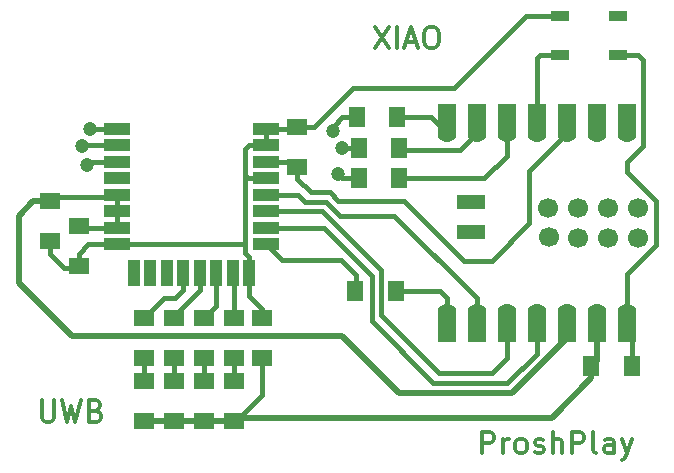
<source format=gbr>
%TF.GenerationSoftware,KiCad,Pcbnew,9.0.0*%
%TF.CreationDate,2025-04-08T23:40:40+05:30*%
%TF.ProjectId,UWB-Xiao-Node,5557422d-5869-4616-9f2d-4e6f64652e6b,rev?*%
%TF.SameCoordinates,Original*%
%TF.FileFunction,Copper,L1,Top*%
%TF.FilePolarity,Positive*%
%FSLAX46Y46*%
G04 Gerber Fmt 4.6, Leading zero omitted, Abs format (unit mm)*
G04 Created by KiCad (PCBNEW 9.0.0) date 2025-04-08 23:40:40*
%MOMM*%
%LPD*%
G01*
G04 APERTURE LIST*
%ADD10C,0.300000*%
%TA.AperFunction,NonConductor*%
%ADD11C,0.300000*%
%TD*%
%TA.AperFunction,SMDPad,CuDef*%
%ADD12R,1.700000X1.400000*%
%TD*%
%TA.AperFunction,SMDPad,CuDef*%
%ADD13R,2.300000X1.000000*%
%TD*%
%TA.AperFunction,SMDPad,CuDef*%
%ADD14R,1.000000X2.300000*%
%TD*%
%TA.AperFunction,SMDPad,CuDef*%
%ADD15R,1.400000X1.700000*%
%TD*%
%TA.AperFunction,SMDPad,CuDef*%
%ADD16R,1.500000X0.900000*%
%TD*%
%TA.AperFunction,ComponentPad*%
%ADD17C,1.600000*%
%TD*%
%TA.AperFunction,SMDPad,CuDef*%
%ADD18R,1.600000X3.000000*%
%TD*%
%TA.AperFunction,SMDPad,CuDef*%
%ADD19R,2.400000X1.200000*%
%TD*%
%TA.AperFunction,SMDPad,CuDef*%
%ADD20C,1.700000*%
%TD*%
%TA.AperFunction,ViaPad*%
%ADD21C,1.200000*%
%TD*%
%TA.AperFunction,Conductor*%
%ADD22C,0.400000*%
%TD*%
%TA.AperFunction,Conductor*%
%ADD23C,0.500000*%
%TD*%
G04 APERTURE END LIST*
D10*
D11*
X101879510Y-56384114D02*
X103079510Y-58184114D01*
X103079510Y-56384114D02*
X101879510Y-58184114D01*
X103765225Y-58184114D02*
X103765225Y-56384114D01*
X104536654Y-57669828D02*
X105393797Y-57669828D01*
X104365225Y-58184114D02*
X104965225Y-56384114D01*
X104965225Y-56384114D02*
X105565225Y-58184114D01*
X106508082Y-56384114D02*
X106850939Y-56384114D01*
X106850939Y-56384114D02*
X107022368Y-56469828D01*
X107022368Y-56469828D02*
X107193796Y-56641257D01*
X107193796Y-56641257D02*
X107279511Y-56984114D01*
X107279511Y-56984114D02*
X107279511Y-57584114D01*
X107279511Y-57584114D02*
X107193796Y-57926971D01*
X107193796Y-57926971D02*
X107022368Y-58098400D01*
X107022368Y-58098400D02*
X106850939Y-58184114D01*
X106850939Y-58184114D02*
X106508082Y-58184114D01*
X106508082Y-58184114D02*
X106336654Y-58098400D01*
X106336654Y-58098400D02*
X106165225Y-57926971D01*
X106165225Y-57926971D02*
X106079511Y-57584114D01*
X106079511Y-57584114D02*
X106079511Y-56984114D01*
X106079511Y-56984114D02*
X106165225Y-56641257D01*
X106165225Y-56641257D02*
X106336654Y-56469828D01*
X106336654Y-56469828D02*
X106508082Y-56384114D01*
D10*
D11*
X73705482Y-88030496D02*
X73705482Y-89487639D01*
X73705482Y-89487639D02*
X73791196Y-89659067D01*
X73791196Y-89659067D02*
X73876911Y-89744782D01*
X73876911Y-89744782D02*
X74048339Y-89830496D01*
X74048339Y-89830496D02*
X74391196Y-89830496D01*
X74391196Y-89830496D02*
X74562625Y-89744782D01*
X74562625Y-89744782D02*
X74648339Y-89659067D01*
X74648339Y-89659067D02*
X74734053Y-89487639D01*
X74734053Y-89487639D02*
X74734053Y-88030496D01*
X75419767Y-88030496D02*
X75848339Y-89830496D01*
X75848339Y-89830496D02*
X76191196Y-88544782D01*
X76191196Y-88544782D02*
X76534053Y-89830496D01*
X76534053Y-89830496D02*
X76962625Y-88030496D01*
X78248339Y-88887639D02*
X78505482Y-88973353D01*
X78505482Y-88973353D02*
X78591196Y-89059067D01*
X78591196Y-89059067D02*
X78676910Y-89230496D01*
X78676910Y-89230496D02*
X78676910Y-89487639D01*
X78676910Y-89487639D02*
X78591196Y-89659067D01*
X78591196Y-89659067D02*
X78505482Y-89744782D01*
X78505482Y-89744782D02*
X78334053Y-89830496D01*
X78334053Y-89830496D02*
X77648339Y-89830496D01*
X77648339Y-89830496D02*
X77648339Y-88030496D01*
X77648339Y-88030496D02*
X78248339Y-88030496D01*
X78248339Y-88030496D02*
X78419768Y-88116210D01*
X78419768Y-88116210D02*
X78505482Y-88201924D01*
X78505482Y-88201924D02*
X78591196Y-88373353D01*
X78591196Y-88373353D02*
X78591196Y-88544782D01*
X78591196Y-88544782D02*
X78505482Y-88716210D01*
X78505482Y-88716210D02*
X78419768Y-88801924D01*
X78419768Y-88801924D02*
X78248339Y-88887639D01*
X78248339Y-88887639D02*
X77648339Y-88887639D01*
D10*
D11*
X110957778Y-92474114D02*
X110957778Y-90674114D01*
X110957778Y-90674114D02*
X111643492Y-90674114D01*
X111643492Y-90674114D02*
X111814921Y-90759828D01*
X111814921Y-90759828D02*
X111900635Y-90845542D01*
X111900635Y-90845542D02*
X111986349Y-91016971D01*
X111986349Y-91016971D02*
X111986349Y-91274114D01*
X111986349Y-91274114D02*
X111900635Y-91445542D01*
X111900635Y-91445542D02*
X111814921Y-91531257D01*
X111814921Y-91531257D02*
X111643492Y-91616971D01*
X111643492Y-91616971D02*
X110957778Y-91616971D01*
X112757778Y-92474114D02*
X112757778Y-91274114D01*
X112757778Y-91616971D02*
X112843492Y-91445542D01*
X112843492Y-91445542D02*
X112929207Y-91359828D01*
X112929207Y-91359828D02*
X113100635Y-91274114D01*
X113100635Y-91274114D02*
X113272064Y-91274114D01*
X114129207Y-92474114D02*
X113957778Y-92388400D01*
X113957778Y-92388400D02*
X113872064Y-92302685D01*
X113872064Y-92302685D02*
X113786350Y-92131257D01*
X113786350Y-92131257D02*
X113786350Y-91616971D01*
X113786350Y-91616971D02*
X113872064Y-91445542D01*
X113872064Y-91445542D02*
X113957778Y-91359828D01*
X113957778Y-91359828D02*
X114129207Y-91274114D01*
X114129207Y-91274114D02*
X114386350Y-91274114D01*
X114386350Y-91274114D02*
X114557778Y-91359828D01*
X114557778Y-91359828D02*
X114643493Y-91445542D01*
X114643493Y-91445542D02*
X114729207Y-91616971D01*
X114729207Y-91616971D02*
X114729207Y-92131257D01*
X114729207Y-92131257D02*
X114643493Y-92302685D01*
X114643493Y-92302685D02*
X114557778Y-92388400D01*
X114557778Y-92388400D02*
X114386350Y-92474114D01*
X114386350Y-92474114D02*
X114129207Y-92474114D01*
X115414921Y-92388400D02*
X115586349Y-92474114D01*
X115586349Y-92474114D02*
X115929206Y-92474114D01*
X115929206Y-92474114D02*
X116100635Y-92388400D01*
X116100635Y-92388400D02*
X116186349Y-92216971D01*
X116186349Y-92216971D02*
X116186349Y-92131257D01*
X116186349Y-92131257D02*
X116100635Y-91959828D01*
X116100635Y-91959828D02*
X115929206Y-91874114D01*
X115929206Y-91874114D02*
X115672064Y-91874114D01*
X115672064Y-91874114D02*
X115500635Y-91788400D01*
X115500635Y-91788400D02*
X115414921Y-91616971D01*
X115414921Y-91616971D02*
X115414921Y-91531257D01*
X115414921Y-91531257D02*
X115500635Y-91359828D01*
X115500635Y-91359828D02*
X115672064Y-91274114D01*
X115672064Y-91274114D02*
X115929206Y-91274114D01*
X115929206Y-91274114D02*
X116100635Y-91359828D01*
X116957778Y-92474114D02*
X116957778Y-90674114D01*
X117729207Y-92474114D02*
X117729207Y-91531257D01*
X117729207Y-91531257D02*
X117643492Y-91359828D01*
X117643492Y-91359828D02*
X117472064Y-91274114D01*
X117472064Y-91274114D02*
X117214921Y-91274114D01*
X117214921Y-91274114D02*
X117043492Y-91359828D01*
X117043492Y-91359828D02*
X116957778Y-91445542D01*
X118586349Y-92474114D02*
X118586349Y-90674114D01*
X118586349Y-90674114D02*
X119272063Y-90674114D01*
X119272063Y-90674114D02*
X119443492Y-90759828D01*
X119443492Y-90759828D02*
X119529206Y-90845542D01*
X119529206Y-90845542D02*
X119614920Y-91016971D01*
X119614920Y-91016971D02*
X119614920Y-91274114D01*
X119614920Y-91274114D02*
X119529206Y-91445542D01*
X119529206Y-91445542D02*
X119443492Y-91531257D01*
X119443492Y-91531257D02*
X119272063Y-91616971D01*
X119272063Y-91616971D02*
X118586349Y-91616971D01*
X120643492Y-92474114D02*
X120472063Y-92388400D01*
X120472063Y-92388400D02*
X120386349Y-92216971D01*
X120386349Y-92216971D02*
X120386349Y-90674114D01*
X122100635Y-92474114D02*
X122100635Y-91531257D01*
X122100635Y-91531257D02*
X122014920Y-91359828D01*
X122014920Y-91359828D02*
X121843492Y-91274114D01*
X121843492Y-91274114D02*
X121500635Y-91274114D01*
X121500635Y-91274114D02*
X121329206Y-91359828D01*
X122100635Y-92388400D02*
X121929206Y-92474114D01*
X121929206Y-92474114D02*
X121500635Y-92474114D01*
X121500635Y-92474114D02*
X121329206Y-92388400D01*
X121329206Y-92388400D02*
X121243492Y-92216971D01*
X121243492Y-92216971D02*
X121243492Y-92045542D01*
X121243492Y-92045542D02*
X121329206Y-91874114D01*
X121329206Y-91874114D02*
X121500635Y-91788400D01*
X121500635Y-91788400D02*
X121929206Y-91788400D01*
X121929206Y-91788400D02*
X122100635Y-91702685D01*
X122786348Y-91274114D02*
X123214920Y-92474114D01*
X123643491Y-91274114D02*
X123214920Y-92474114D01*
X123214920Y-92474114D02*
X123043491Y-92902685D01*
X123043491Y-92902685D02*
X122957777Y-92988400D01*
X122957777Y-92988400D02*
X122786348Y-93074114D01*
D12*
%TO.P,JP2,1,A*%
%TO.N,GND*%
X92353162Y-84419075D03*
%TO.P,JP2,2,B*%
X92353162Y-81019075D03*
%TD*%
%TO.P,R1,2*%
%TO.N,GND*%
X95281180Y-64864533D03*
%TO.P,R1,1*%
%TO.N,IRQ*%
X95281180Y-68264533D03*
%TD*%
D13*
%TO.P,U2,1,EXTON*%
%TO.N,Net-(U2-EXTON)*%
X80060000Y-65019900D03*
%TO.P,U2,2,WAKEUP*%
%TO.N,Net-(U2-WAKEUP)*%
X80060000Y-66420000D03*
%TO.P,U2,3,RSTN*%
%TO.N,Net-(U2-RSTN)*%
X80060000Y-67820000D03*
%TO.P,U2,4,IO7*%
%TO.N,unconnected-(U2-IO7-Pad4)*%
X80060000Y-69220100D03*
%TO.P,U2,5,VCC*%
%TO.N,+3.3V*%
X80060000Y-70619900D03*
%TO.P,U2,6,VCC*%
X80060000Y-72019900D03*
%TO.P,U2,7,VCC*%
X80060000Y-73420000D03*
%TO.P,U2,8,GND*%
%TO.N,GND*%
X80060000Y-74820000D03*
D14*
%TO.P,U2,9,IO6*%
%TO.N,unconnected-(U2-IO6-Pad9)*%
X81460100Y-77219800D03*
%TO.P,U2,10,IO5*%
%TO.N,unconnected-(U2-IO5-Pad10)*%
X82860400Y-77219800D03*
%TO.P,U2,11,IO4*%
%TO.N,unconnected-(U2-IO4-Pad11)*%
X84259900Y-77219800D03*
%TO.P,U2,12,IO3*%
%TO.N,RXLED*%
X85660000Y-77219800D03*
%TO.P,U2,13,IO2*%
%TO.N,TXLED*%
X87060000Y-77219800D03*
%TO.P,U2,14,IO1*%
%TO.N,LED-SFD*%
X88460100Y-77219800D03*
%TO.P,U2,15,IO0*%
%TO.N,LED-RXOK*%
X89860400Y-77219800D03*
%TO.P,U2,16,GND*%
%TO.N,GND*%
X91259900Y-77219800D03*
D13*
%TO.P,U2,17,CSn*%
%TO.N,Net-(JP1-A)*%
X92660000Y-74820000D03*
%TO.P,U2,18,MOSI*%
%TO.N,SDI*%
X92660000Y-73420000D03*
%TO.P,U2,19,MISO*%
%TO.N,SDO*%
X92660000Y-72019900D03*
%TO.P,U2,20,CLK*%
%TO.N,SCK*%
X92660000Y-70619900D03*
%TO.P,U2,21,GND*%
%TO.N,GND*%
X92660000Y-69220100D03*
%TO.P,U2,22,IRQ*%
%TO.N,IRQ*%
X92660000Y-67820000D03*
%TO.P,U2,23,GND*%
%TO.N,GND*%
X92660000Y-66420000D03*
%TO.P,U2,24,GND*%
X92660000Y-65019900D03*
%TD*%
D12*
%TO.P,R5,1*%
%TO.N,RXLED*%
X82345000Y-81055000D03*
%TO.P,R5,2*%
%TO.N,Net-(D4-A)*%
X82345000Y-84455000D03*
%TD*%
%TO.P,C1,1*%
%TO.N,+3.3V*%
X74391610Y-71175306D03*
%TO.P,C1,2*%
%TO.N,GND*%
X74391610Y-74575306D03*
%TD*%
%TO.P,D3,1,K*%
%TO.N,GND*%
X84888155Y-89776257D03*
%TO.P,D3,2,A*%
%TO.N,Net-(D3-A)*%
X84888155Y-86376257D03*
%TD*%
D15*
%TO.P,R7,1*%
%TO.N,BU01-WAKEUP*%
X103935000Y-66675000D03*
%TO.P,R7,2*%
%TO.N,Net-(U2-WAKEUP)*%
X100535000Y-66675000D03*
%TD*%
%TO.P,R8,1*%
%TO.N,RSTN*%
X103916313Y-69215000D03*
%TO.P,R8,2*%
%TO.N,Net-(U2-RSTN)*%
X100516313Y-69215000D03*
%TD*%
D16*
%TO.P,U3,1,VDD*%
%TO.N,+5V*%
X122465000Y-58800000D03*
%TO.P,U3,2,DOUT*%
%TO.N,unconnected-(U3-DOUT-Pad2)*%
X122465000Y-55500000D03*
%TO.P,U3,3,VSS*%
%TO.N,GND*%
X117565000Y-55500000D03*
%TO.P,U3,4,DIN*%
%TO.N,NEO*%
X117565000Y-58800000D03*
%TD*%
D17*
%TO.P,U1,1,GPIO0/A0/D0*%
%TO.N,unconnected-(U1-GPIO0{slash}A0{slash}D0-Pad1)*%
X123190000Y-65410000D03*
D18*
X123190000Y-64410000D03*
D17*
%TO.P,U1,2,GPIO1/A1/D1*%
%TO.N,unconnected-(U1-GPIO1{slash}A1{slash}D1-Pad2)*%
X120650000Y-65410000D03*
D18*
X120650000Y-64410000D03*
D17*
%TO.P,U1,3,GPIO2/A2/D2*%
%TO.N,IRQ*%
X118110000Y-65410000D03*
D18*
X118110000Y-64410000D03*
D17*
%TO.P,U1,4,GPIO21/D3*%
%TO.N,NEO*%
X115570000Y-65410000D03*
D18*
X115570000Y-64410000D03*
D17*
%TO.P,U1,5,GPIO22/D4/SDA*%
%TO.N,RSTN*%
X113030000Y-65410000D03*
D18*
X113030000Y-64410000D03*
D17*
%TO.P,U1,6,GPIO23/D5/SCL*%
%TO.N,BU01-WAKEUP*%
X110490000Y-65410000D03*
D18*
X110490000Y-64410000D03*
D17*
%TO.P,U1,7,GPIO16/D6/TX*%
%TO.N,BU01-EXTON*%
X107950000Y-65410000D03*
D18*
X107950000Y-64410000D03*
D17*
%TO.P,U1,8,GPIO17/D7/RX*%
%TO.N,CS*%
X107950000Y-80645000D03*
D18*
X107950000Y-81645000D03*
D17*
%TO.P,U1,9,GPIO19/D8/SCK*%
%TO.N,SCK*%
X110490000Y-80645000D03*
D18*
X110490000Y-81645000D03*
D17*
%TO.P,U1,10,GPIO20/D9/MISO*%
%TO.N,SDO*%
X113030000Y-80645000D03*
D18*
X113030000Y-81645000D03*
D17*
%TO.P,U1,11,GPIO18/D10/MOSI*%
%TO.N,SDI*%
X115570000Y-80645000D03*
D18*
X115570000Y-81645000D03*
D17*
%TO.P,U1,12,3V3*%
%TO.N,+3.3V*%
X118110000Y-80645000D03*
D18*
X118110000Y-81645000D03*
D17*
%TO.P,U1,13,GND*%
%TO.N,GND*%
X120650000Y-80645000D03*
D18*
X120650000Y-81645000D03*
D17*
%TO.P,U1,14,VBUS*%
%TO.N,+5V*%
X123190000Y-80645000D03*
D18*
X123190000Y-81645000D03*
D19*
%TO.P,U1,15*%
%TO.N,N/C*%
X110027012Y-71258852D03*
%TO.P,U1,16*%
X110027012Y-73798852D03*
D20*
%TO.P,U1,17*%
X124200212Y-71766852D03*
%TO.P,U1,18*%
X124200212Y-74306852D03*
%TO.P,U1,19*%
X121660212Y-71766852D03*
%TO.P,U1,20*%
X121660212Y-74306852D03*
%TO.P,U1,21*%
X119120212Y-71766852D03*
%TO.P,U1,22*%
X119120212Y-74306852D03*
%TO.P,U1,23*%
X116580212Y-71766852D03*
%TO.P,U1,24*%
X116637012Y-74214252D03*
%TD*%
D12*
%TO.P,R4,1*%
%TO.N,TXLED*%
X84885000Y-81055000D03*
%TO.P,R4,2*%
%TO.N,Net-(D3-A)*%
X84885000Y-84455000D03*
%TD*%
D15*
%TO.P,R6,1*%
%TO.N,BU01-EXTON*%
X103794767Y-64069569D03*
%TO.P,R6,2*%
%TO.N,Net-(U2-EXTON)*%
X100394767Y-64069569D03*
%TD*%
D12*
%TO.P,D1,1,K*%
%TO.N,GND*%
X89968155Y-89776257D03*
%TO.P,D1,2,A*%
%TO.N,Net-(D1-A)*%
X89968155Y-86376257D03*
%TD*%
%TO.P,C2,1*%
%TO.N,+3.3V*%
X76835000Y-73230000D03*
%TO.P,C2,2*%
%TO.N,GND*%
X76835000Y-76630000D03*
%TD*%
%TO.P,D4,1,K*%
%TO.N,GND*%
X82348155Y-89776257D03*
%TO.P,D4,2,A*%
%TO.N,Net-(D4-A)*%
X82348155Y-86376257D03*
%TD*%
%TO.P,D2,1,K*%
%TO.N,GND*%
X87440698Y-89759882D03*
%TO.P,D2,2,A*%
%TO.N,Net-(D2-A)*%
X87440698Y-86359882D03*
%TD*%
D15*
%TO.P,C3,1*%
%TO.N,+5V*%
X123620000Y-85090000D03*
%TO.P,C3,2*%
%TO.N,GND*%
X120220000Y-85090000D03*
%TD*%
D12*
%TO.P,R3,1*%
%TO.N,LED-SFD*%
X87425000Y-81055000D03*
%TO.P,R3,2*%
%TO.N,Net-(D2-A)*%
X87425000Y-84455000D03*
%TD*%
%TO.P,R2,1*%
%TO.N,LED-RXOK*%
X89965000Y-81055000D03*
%TO.P,R2,2*%
%TO.N,Net-(D1-A)*%
X89965000Y-84455000D03*
%TD*%
D15*
%TO.P,JP1,1,A*%
%TO.N,Net-(JP1-A)*%
X100203735Y-78787998D03*
%TO.P,JP1,2,B*%
%TO.N,CS*%
X103703735Y-78787998D03*
%TD*%
D21*
%TO.N,Net-(U2-RSTN)*%
X98742500Y-68897500D03*
X77504408Y-68085551D03*
%TO.N,Net-(U2-EXTON)*%
X98344457Y-65243915D03*
%TO.N,Net-(U2-WAKEUP)*%
X99060000Y-66675000D03*
X77123947Y-66531441D03*
%TO.N,Net-(U2-EXTON)*%
X77794168Y-65078577D03*
%TD*%
D22*
%TO.N,RXLED*%
X84025000Y-79375000D02*
X84960000Y-79375000D01*
X84960000Y-79375000D02*
X85660000Y-78675000D01*
X82345000Y-81055000D02*
X84025000Y-79375000D01*
X85660000Y-78675000D02*
X85660000Y-77219800D01*
%TO.N,GND*%
X90117813Y-89776257D02*
X89968155Y-89776257D01*
X92353162Y-87540908D02*
X90117813Y-89776257D01*
X92353162Y-84419075D02*
X92353162Y-87540908D01*
X92353162Y-80288162D02*
X91259900Y-79194900D01*
X91259900Y-79194900D02*
X91259900Y-77219800D01*
X92353162Y-81019075D02*
X92353162Y-80288162D01*
D23*
%TO.N,+3.3V*%
X72969694Y-71175306D02*
X74391610Y-71175306D01*
X71755000Y-78105000D02*
X71755000Y-72390000D01*
X76200000Y-82550000D02*
X71755000Y-78105000D01*
X99060000Y-82550000D02*
X76200000Y-82550000D01*
X113465389Y-87377000D02*
X103887000Y-87377000D01*
X103887000Y-87377000D02*
X99060000Y-82550000D01*
X118110000Y-82732389D02*
X113465389Y-87377000D01*
X118110000Y-80645000D02*
X118110000Y-82732389D01*
X71755000Y-72390000D02*
X72969694Y-71175306D01*
D22*
%TO.N,GND*%
X114680000Y-55500000D02*
X117565000Y-55500000D01*
X108585000Y-61595000D02*
X114680000Y-55500000D01*
X100006140Y-61595000D02*
X108585000Y-61595000D01*
X95281180Y-64864533D02*
X96736607Y-64864533D01*
X96736607Y-64864533D02*
X100006140Y-61595000D01*
%TO.N,Net-(U2-EXTON)*%
X98425000Y-64770000D02*
X99125431Y-64069569D01*
X98425000Y-65163372D02*
X98425000Y-64770000D01*
X98344457Y-65243915D02*
X98425000Y-65163372D01*
X99125431Y-64069569D02*
X100394767Y-64069569D01*
%TO.N,Net-(U2-RSTN)*%
X98742500Y-68897500D02*
X99060000Y-69215000D01*
X99060000Y-69215000D02*
X100516313Y-69215000D01*
%TO.N,Net-(U2-WAKEUP)*%
X99060000Y-66675000D02*
X100535000Y-66675000D01*
%TO.N,IRQ*%
X114935000Y-68585000D02*
X118110000Y-65410000D01*
X111760000Y-76200000D02*
X114935000Y-73025000D01*
X109426160Y-76200000D02*
X111760000Y-76200000D01*
X114935000Y-73025000D02*
X114935000Y-68585000D01*
X104346160Y-71120000D02*
X109426160Y-76200000D01*
X98785571Y-71120000D02*
X104346160Y-71120000D01*
X98083471Y-70417900D02*
X98785571Y-71120000D01*
X97419900Y-70417900D02*
X98083471Y-70417900D01*
X98083471Y-70417900D02*
X98083472Y-70417900D01*
X96452900Y-70417900D02*
X97419900Y-70417900D01*
X95281180Y-69246180D02*
X96452900Y-70417900D01*
X95281180Y-68264533D02*
X95281180Y-69246180D01*
%TO.N,SCK*%
X103505000Y-72390000D02*
X110490000Y-79375000D01*
X98922786Y-72390000D02*
X103505000Y-72390000D01*
X95983900Y-71218900D02*
X97751686Y-71218900D01*
X95384900Y-70619900D02*
X95983900Y-71218900D01*
X97751686Y-71218900D02*
X98922786Y-72390000D01*
X92660000Y-70619900D02*
X95384900Y-70619900D01*
X110490000Y-79375000D02*
X110490000Y-80645000D01*
%TO.N,SDO*%
X102402735Y-80812735D02*
X102552500Y-80962500D01*
X102402735Y-77002735D02*
X102402735Y-80812735D01*
X97419900Y-72019900D02*
X102402735Y-77002735D01*
X92660000Y-72019900D02*
X97419900Y-72019900D01*
%TO.N,SDI*%
X106846000Y-86526000D02*
X113112893Y-86526000D01*
X101600000Y-81280000D02*
X106846000Y-86526000D01*
X115570000Y-84068893D02*
X115570000Y-80645000D01*
X101600000Y-77470000D02*
X101600000Y-81280000D01*
X113112893Y-86526000D02*
X115570000Y-84068893D01*
X97550000Y-73420000D02*
X101600000Y-77470000D01*
X92660000Y-73420000D02*
X97550000Y-73420000D01*
%TO.N,Net-(U2-RSTN)*%
X77769959Y-67820000D02*
X77504408Y-68085551D01*
X80060000Y-67820000D02*
X77769959Y-67820000D01*
%TO.N,RSTN*%
X113030000Y-67310000D02*
X113030000Y-65410000D01*
X111125000Y-69215000D02*
X113030000Y-67310000D01*
X103916313Y-69215000D02*
X111125000Y-69215000D01*
%TO.N,BU01-EXTON*%
X106609569Y-64069569D02*
X107950000Y-65410000D01*
X103794767Y-64069569D02*
X106609569Y-64069569D01*
%TO.N,Net-(U2-WAKEUP)*%
X77235388Y-66420000D02*
X80060000Y-66420000D01*
X77123947Y-66531441D02*
X77235388Y-66420000D01*
%TO.N,BU01-WAKEUP*%
X109089000Y-66811000D02*
X110490000Y-65410000D01*
X104071000Y-66811000D02*
X109089000Y-66811000D01*
X103935000Y-66675000D02*
X104071000Y-66811000D01*
%TO.N,IRQ*%
X94836647Y-67820000D02*
X95281180Y-68264533D01*
X92660000Y-67820000D02*
X94836647Y-67820000D01*
%TO.N,GND*%
X92660000Y-65019900D02*
X95125813Y-65019900D01*
X95125813Y-65019900D02*
X95281180Y-64864533D01*
%TO.N,Net-(U2-EXTON)*%
X77852845Y-65019900D02*
X77794168Y-65078577D01*
X80060000Y-65019900D02*
X77852845Y-65019900D01*
%TO.N,+3.3V*%
X74725903Y-70841013D02*
X74391610Y-71175306D01*
X79288787Y-70841013D02*
X74725903Y-70841013D01*
X79509900Y-70619900D02*
X79288787Y-70841013D01*
X80060000Y-70619900D02*
X79509900Y-70619900D01*
X80060000Y-72019900D02*
X80060000Y-73420000D01*
X80060000Y-72019900D02*
X80060000Y-70619900D01*
%TO.N,GND*%
X90909000Y-74930000D02*
X90799000Y-74820000D01*
X90909000Y-74930000D02*
X90909000Y-69019100D01*
X90799000Y-74820000D02*
X80060000Y-74820000D01*
X90909000Y-75570100D02*
X90909000Y-74930000D01*
X91259900Y-75921000D02*
X90909000Y-75570100D01*
X91259900Y-77219800D02*
X91259900Y-75921000D01*
X90909000Y-69019100D02*
X91110000Y-69220100D01*
X91110000Y-69220100D02*
X92660000Y-69220100D01*
X92660000Y-66420000D02*
X91208000Y-66420000D01*
X91208000Y-66420000D02*
X90909000Y-66719000D01*
X90909000Y-66719000D02*
X90909000Y-69019100D01*
X92660000Y-65019900D02*
X92660000Y-66420000D01*
%TO.N,TXLED*%
X87060000Y-78675000D02*
X87060000Y-77219800D01*
X84885000Y-80850000D02*
X87060000Y-78675000D01*
X84885000Y-81055000D02*
X84885000Y-80850000D01*
D23*
%TO.N,GND*%
X90209412Y-89535000D02*
X89968155Y-89776257D01*
X116840000Y-89535000D02*
X90209412Y-89535000D01*
X120220000Y-86155000D02*
X116840000Y-89535000D01*
X120220000Y-85090000D02*
X120220000Y-86155000D01*
D22*
%TO.N,Net-(D2-A)*%
X87425000Y-86344184D02*
X87440698Y-86359882D01*
D23*
%TO.N,GND*%
X87239530Y-89759882D02*
X87440698Y-89759882D01*
X87616780Y-89759882D02*
X87440698Y-89759882D01*
X84888155Y-89776257D02*
X87223155Y-89776257D01*
X87633155Y-89776257D02*
X87616780Y-89759882D01*
X87223155Y-89776257D02*
X87239530Y-89759882D01*
X89968155Y-89776257D02*
X87633155Y-89776257D01*
D22*
%TO.N,Net-(D2-A)*%
X87425000Y-84660000D02*
X87425000Y-86344184D01*
%TO.N,Net-(D4-A)*%
X82345000Y-86373102D02*
X82348155Y-86376257D01*
%TO.N,Net-(D1-A)*%
X89965000Y-86373102D02*
X89968155Y-86376257D01*
%TO.N,Net-(D4-A)*%
X82345000Y-84455000D02*
X82345000Y-86373102D01*
%TO.N,Net-(D3-A)*%
X84885000Y-86373102D02*
X84888155Y-86376257D01*
%TO.N,Net-(D1-A)*%
X89965000Y-84455000D02*
X89965000Y-86373102D01*
%TO.N,Net-(D3-A)*%
X84885000Y-84455000D02*
X84885000Y-86373102D01*
%TO.N,LED-RXOK*%
X89965000Y-77324400D02*
X89860400Y-77219800D01*
X89965000Y-81055000D02*
X89965000Y-77324400D01*
%TO.N,LED-SFD*%
X88460100Y-80019900D02*
X88460100Y-77219800D01*
X87425000Y-81055000D02*
X88460100Y-80019900D01*
%TO.N,GND*%
X76795166Y-76590166D02*
X76835000Y-76630000D01*
X76795166Y-75662962D02*
X76795166Y-76590166D01*
X80060000Y-74820000D02*
X77638128Y-74820000D01*
X77638128Y-74820000D02*
X76795166Y-75662962D01*
X75582961Y-76852961D02*
X76612039Y-76852961D01*
X76612039Y-76852961D02*
X76835000Y-76630000D01*
X74391610Y-75661610D02*
X75582961Y-76852961D01*
X74391610Y-74575306D02*
X74391610Y-75661610D01*
%TO.N,+3.3V*%
X77025000Y-73420000D02*
X76835000Y-73230000D01*
X80060000Y-73420000D02*
X77025000Y-73420000D01*
%TO.N,Net-(JP1-A)*%
X99010000Y-76150000D02*
X93990000Y-76150000D01*
X100303735Y-78787998D02*
X100303735Y-77443735D01*
X93990000Y-76150000D02*
X92660000Y-74820000D01*
X100303735Y-77443735D02*
X99010000Y-76150000D01*
D23*
%TO.N,GND*%
X120650000Y-80645000D02*
X120650000Y-84660000D01*
X82348155Y-89776257D02*
X84888155Y-89776257D01*
X120650000Y-84660000D02*
X120220000Y-85090000D01*
D22*
%TO.N,+5V*%
X123190000Y-67865371D02*
X123190000Y-68704616D01*
X123190000Y-68704616D02*
X125651212Y-71165828D01*
X124591000Y-59186000D02*
X124591000Y-66464371D01*
X123190000Y-81280000D02*
X123620000Y-81710000D01*
X123190000Y-80645000D02*
X123190000Y-81280000D01*
X123620000Y-81710000D02*
X123620000Y-85090000D01*
X124591000Y-66464371D02*
X123190000Y-67865371D01*
X124205000Y-58800000D02*
X124591000Y-59186000D01*
X125651212Y-71165828D02*
X125651212Y-74907876D01*
X123190000Y-77369088D02*
X123190000Y-80645000D01*
X125651212Y-74907876D02*
X123190000Y-77369088D01*
X122465000Y-58800000D02*
X124205000Y-58800000D01*
%TO.N,NEO*%
X115570000Y-59055000D02*
X115570000Y-65410000D01*
X117565000Y-58800000D02*
X115825000Y-58800000D01*
X115825000Y-58800000D02*
X115570000Y-59055000D01*
%TO.N,SDO*%
X113030000Y-84455000D02*
X113030000Y-80645000D01*
X102401000Y-80811000D02*
X102552500Y-80962500D01*
X111760000Y-85725000D02*
X113030000Y-84455000D01*
X102552500Y-80962500D02*
X107315000Y-85725000D01*
X107315000Y-85725000D02*
X111760000Y-85725000D01*
%TO.N,CS*%
X107950000Y-79375000D02*
X107950000Y-80645000D01*
X107362998Y-78787998D02*
X107950000Y-79375000D01*
X103703735Y-78787998D02*
X107362998Y-78787998D01*
%TD*%
M02*

</source>
